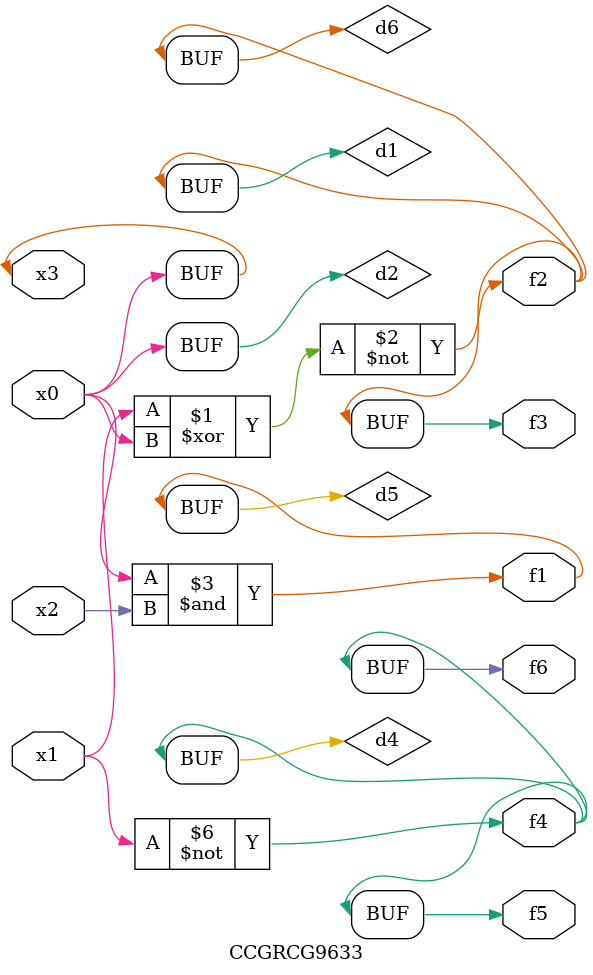
<source format=v>
module CCGRCG9633(
	input x0, x1, x2, x3,
	output f1, f2, f3, f4, f5, f6
);

	wire d1, d2, d3, d4, d5, d6;

	xnor (d1, x1, x3);
	buf (d2, x0, x3);
	nand (d3, x0, x2);
	not (d4, x1);
	nand (d5, d3);
	or (d6, d1);
	assign f1 = d5;
	assign f2 = d6;
	assign f3 = d6;
	assign f4 = d4;
	assign f5 = d4;
	assign f6 = d4;
endmodule

</source>
